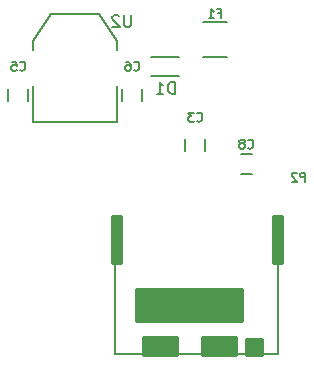
<source format=gbo>
G04 #@! TF.FileFunction,Legend,Bot*
%FSLAX46Y46*%
G04 Gerber Fmt 4.6, Leading zero omitted, Abs format (unit mm)*
G04 Created by KiCad (PCBNEW 4.0.4+e1-6308~48~ubuntu16.04.1-stable) date Tue Nov 15 18:16:49 2016*
%MOMM*%
%LPD*%
G01*
G04 APERTURE LIST*
%ADD10C,0.100000*%
%ADD11C,0.150000*%
%ADD12C,0.381000*%
%ADD13C,0.127000*%
G04 APERTURE END LIST*
D10*
D11*
X162822000Y-101180000D02*
X161822000Y-101180000D01*
X161822000Y-99480000D02*
X162822000Y-99480000D01*
X158838000Y-98195000D02*
X158838000Y-99195000D01*
X157138000Y-99195000D02*
X157138000Y-98195000D01*
X143852000Y-93988000D02*
X143852000Y-94988000D01*
X142152000Y-94988000D02*
X142152000Y-93988000D01*
X151804000Y-94988000D02*
X151804000Y-93988000D01*
X153504000Y-93988000D02*
X153504000Y-94988000D01*
X154187000Y-91275000D02*
X156587000Y-91275000D01*
X154187000Y-92875000D02*
X156587000Y-92875000D01*
X158639000Y-91264000D02*
X160639000Y-91264000D01*
X160639000Y-88314000D02*
X158639000Y-88314000D01*
X151384000Y-93726000D02*
X151384000Y-96774000D01*
X151384000Y-96774000D02*
X144272000Y-96774000D01*
X144272000Y-96774000D02*
X144272000Y-93726000D01*
X151384000Y-90678000D02*
X151384000Y-89916000D01*
X151384000Y-89916000D02*
X149860000Y-87630000D01*
X149860000Y-87630000D02*
X145796000Y-87630000D01*
X145796000Y-87630000D02*
X144272000Y-89916000D01*
X144272000Y-89916000D02*
X144272000Y-90678000D01*
D12*
G36*
X153665000Y-116420000D02*
X156365000Y-116420000D01*
X156365000Y-115020000D01*
X153665000Y-115020000D01*
X153665000Y-116420000D01*
G37*
X153665000Y-116420000D02*
X156365000Y-116420000D01*
X156365000Y-115020000D01*
X153665000Y-115020000D01*
X153665000Y-116420000D01*
G36*
X158615000Y-116420000D02*
X161315000Y-116420000D01*
X161315000Y-115020000D01*
X158615000Y-115020000D01*
X158615000Y-116420000D01*
G37*
X158615000Y-116420000D02*
X161315000Y-116420000D01*
X161315000Y-115020000D01*
X158615000Y-115020000D01*
X158615000Y-116420000D01*
G36*
X162365000Y-116420000D02*
X163565000Y-116420000D01*
X163565000Y-115220000D01*
X162365000Y-115220000D01*
X162365000Y-116420000D01*
G37*
X162365000Y-116420000D02*
X163565000Y-116420000D01*
X163565000Y-115220000D01*
X162365000Y-115220000D01*
X162365000Y-116420000D01*
G36*
X153065000Y-113520000D02*
X161865000Y-113520000D01*
X161865000Y-111020000D01*
X153065000Y-111020000D01*
X153065000Y-113520000D01*
G37*
X153065000Y-113520000D02*
X161865000Y-113520000D01*
X161865000Y-111020000D01*
X153065000Y-111020000D01*
X153065000Y-113520000D01*
G36*
X151015000Y-108620000D02*
X151615000Y-108620000D01*
X151615000Y-104820000D01*
X151015000Y-104820000D01*
X151015000Y-108620000D01*
G37*
X151015000Y-108620000D02*
X151615000Y-108620000D01*
X151615000Y-104820000D01*
X151015000Y-104820000D01*
X151015000Y-108620000D01*
G36*
X164615000Y-108620000D02*
X165215000Y-108620000D01*
X165215000Y-104820000D01*
X164615000Y-104820000D01*
X164615000Y-108620000D01*
G37*
X164615000Y-108620000D02*
X165215000Y-108620000D01*
X165215000Y-104820000D01*
X164615000Y-104820000D01*
X164615000Y-108620000D01*
D13*
X151215000Y-105020000D02*
X151215000Y-116420000D01*
X151215000Y-116420000D02*
X165015000Y-116420000D01*
X165015000Y-116420000D02*
X165015000Y-105020000D01*
D11*
X162431000Y-98946857D02*
X162466714Y-98982571D01*
X162573857Y-99018286D01*
X162645286Y-99018286D01*
X162752429Y-98982571D01*
X162823857Y-98911143D01*
X162859572Y-98839714D01*
X162895286Y-98696857D01*
X162895286Y-98589714D01*
X162859572Y-98446857D01*
X162823857Y-98375429D01*
X162752429Y-98304000D01*
X162645286Y-98268286D01*
X162573857Y-98268286D01*
X162466714Y-98304000D01*
X162431000Y-98339714D01*
X162002429Y-98589714D02*
X162073857Y-98554000D01*
X162109572Y-98518286D01*
X162145286Y-98446857D01*
X162145286Y-98411143D01*
X162109572Y-98339714D01*
X162073857Y-98304000D01*
X162002429Y-98268286D01*
X161859572Y-98268286D01*
X161788143Y-98304000D01*
X161752429Y-98339714D01*
X161716714Y-98411143D01*
X161716714Y-98446857D01*
X161752429Y-98518286D01*
X161788143Y-98554000D01*
X161859572Y-98589714D01*
X162002429Y-98589714D01*
X162073857Y-98625429D01*
X162109572Y-98661143D01*
X162145286Y-98732571D01*
X162145286Y-98875429D01*
X162109572Y-98946857D01*
X162073857Y-98982571D01*
X162002429Y-99018286D01*
X161859572Y-99018286D01*
X161788143Y-98982571D01*
X161752429Y-98946857D01*
X161716714Y-98875429D01*
X161716714Y-98732571D01*
X161752429Y-98661143D01*
X161788143Y-98625429D01*
X161859572Y-98589714D01*
X158113000Y-96660857D02*
X158148714Y-96696571D01*
X158255857Y-96732286D01*
X158327286Y-96732286D01*
X158434429Y-96696571D01*
X158505857Y-96625143D01*
X158541572Y-96553714D01*
X158577286Y-96410857D01*
X158577286Y-96303714D01*
X158541572Y-96160857D01*
X158505857Y-96089429D01*
X158434429Y-96018000D01*
X158327286Y-95982286D01*
X158255857Y-95982286D01*
X158148714Y-96018000D01*
X158113000Y-96053714D01*
X157863000Y-95982286D02*
X157398714Y-95982286D01*
X157648714Y-96268000D01*
X157541572Y-96268000D01*
X157470143Y-96303714D01*
X157434429Y-96339429D01*
X157398714Y-96410857D01*
X157398714Y-96589429D01*
X157434429Y-96660857D01*
X157470143Y-96696571D01*
X157541572Y-96732286D01*
X157755857Y-96732286D01*
X157827286Y-96696571D01*
X157863000Y-96660857D01*
X143127000Y-92342857D02*
X143162714Y-92378571D01*
X143269857Y-92414286D01*
X143341286Y-92414286D01*
X143448429Y-92378571D01*
X143519857Y-92307143D01*
X143555572Y-92235714D01*
X143591286Y-92092857D01*
X143591286Y-91985714D01*
X143555572Y-91842857D01*
X143519857Y-91771429D01*
X143448429Y-91700000D01*
X143341286Y-91664286D01*
X143269857Y-91664286D01*
X143162714Y-91700000D01*
X143127000Y-91735714D01*
X142448429Y-91664286D02*
X142805572Y-91664286D01*
X142841286Y-92021429D01*
X142805572Y-91985714D01*
X142734143Y-91950000D01*
X142555572Y-91950000D01*
X142484143Y-91985714D01*
X142448429Y-92021429D01*
X142412714Y-92092857D01*
X142412714Y-92271429D01*
X142448429Y-92342857D01*
X142484143Y-92378571D01*
X142555572Y-92414286D01*
X142734143Y-92414286D01*
X142805572Y-92378571D01*
X142841286Y-92342857D01*
X152779000Y-92342857D02*
X152814714Y-92378571D01*
X152921857Y-92414286D01*
X152993286Y-92414286D01*
X153100429Y-92378571D01*
X153171857Y-92307143D01*
X153207572Y-92235714D01*
X153243286Y-92092857D01*
X153243286Y-91985714D01*
X153207572Y-91842857D01*
X153171857Y-91771429D01*
X153100429Y-91700000D01*
X152993286Y-91664286D01*
X152921857Y-91664286D01*
X152814714Y-91700000D01*
X152779000Y-91735714D01*
X152136143Y-91664286D02*
X152279000Y-91664286D01*
X152350429Y-91700000D01*
X152386143Y-91735714D01*
X152457572Y-91842857D01*
X152493286Y-91985714D01*
X152493286Y-92271429D01*
X152457572Y-92342857D01*
X152421857Y-92378571D01*
X152350429Y-92414286D01*
X152207572Y-92414286D01*
X152136143Y-92378571D01*
X152100429Y-92342857D01*
X152064714Y-92271429D01*
X152064714Y-92092857D01*
X152100429Y-92021429D01*
X152136143Y-91985714D01*
X152207572Y-91950000D01*
X152350429Y-91950000D01*
X152421857Y-91985714D01*
X152457572Y-92021429D01*
X152493286Y-92092857D01*
X156225095Y-94377381D02*
X156225095Y-93377381D01*
X155987000Y-93377381D01*
X155844142Y-93425000D01*
X155748904Y-93520238D01*
X155701285Y-93615476D01*
X155653666Y-93805952D01*
X155653666Y-93948810D01*
X155701285Y-94139286D01*
X155748904Y-94234524D01*
X155844142Y-94329762D01*
X155987000Y-94377381D01*
X156225095Y-94377381D01*
X154701285Y-94377381D02*
X155272714Y-94377381D01*
X154987000Y-94377381D02*
X154987000Y-93377381D01*
X155082238Y-93520238D01*
X155177476Y-93615476D01*
X155272714Y-93663095D01*
X159889000Y-87576429D02*
X160139000Y-87576429D01*
X160139000Y-87969286D02*
X160139000Y-87219286D01*
X159781857Y-87219286D01*
X159103285Y-87969286D02*
X159531857Y-87969286D01*
X159317571Y-87969286D02*
X159317571Y-87219286D01*
X159389000Y-87326429D01*
X159460428Y-87397857D01*
X159531857Y-87433571D01*
X152526905Y-87717381D02*
X152526905Y-88526905D01*
X152479286Y-88622143D01*
X152431667Y-88669762D01*
X152336429Y-88717381D01*
X152145952Y-88717381D01*
X152050714Y-88669762D01*
X152003095Y-88622143D01*
X151955476Y-88526905D01*
X151955476Y-87717381D01*
X151526905Y-87812619D02*
X151479286Y-87765000D01*
X151384048Y-87717381D01*
X151145952Y-87717381D01*
X151050714Y-87765000D01*
X151003095Y-87812619D01*
X150955476Y-87907857D01*
X150955476Y-88003095D01*
X151003095Y-88145952D01*
X151574524Y-88717381D01*
X150955476Y-88717381D01*
X167304572Y-101812286D02*
X167304572Y-101062286D01*
X167018857Y-101062286D01*
X166947429Y-101098000D01*
X166911714Y-101133714D01*
X166876000Y-101205143D01*
X166876000Y-101312286D01*
X166911714Y-101383714D01*
X166947429Y-101419429D01*
X167018857Y-101455143D01*
X167304572Y-101455143D01*
X166590286Y-101133714D02*
X166554572Y-101098000D01*
X166483143Y-101062286D01*
X166304572Y-101062286D01*
X166233143Y-101098000D01*
X166197429Y-101133714D01*
X166161714Y-101205143D01*
X166161714Y-101276571D01*
X166197429Y-101383714D01*
X166626000Y-101812286D01*
X166161714Y-101812286D01*
M02*

</source>
